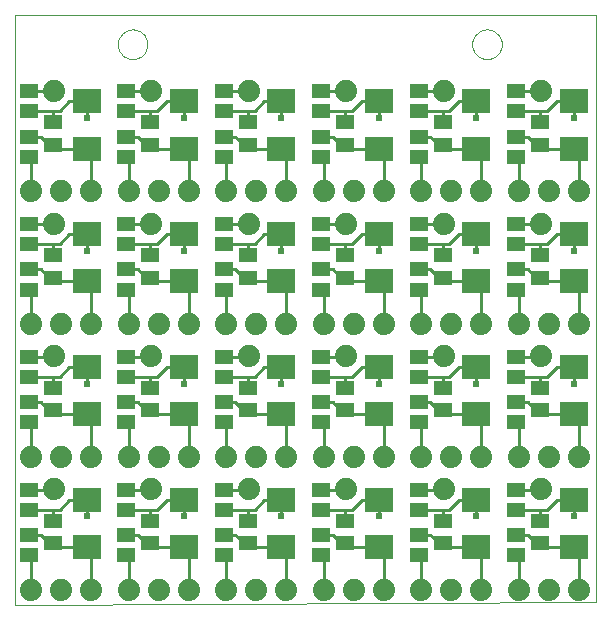
<source format=gtl>
G75*
G70*
%OFA0B0*%
%FSLAX24Y24*%
%IPPOS*%
%LPD*%
%AMOC8*
5,1,8,0,0,1.08239X$1,22.5*
%
%ADD10C,0.0000*%
%ADD11R,0.0945X0.0787*%
%ADD12R,0.0591X0.0512*%
%ADD13R,0.0630X0.0512*%
%ADD14C,0.0740*%
%ADD15C,0.0100*%
%ADD16C,0.0240*%
D10*
X000141Y000141D02*
X000141Y019826D01*
X019531Y019826D01*
X019531Y000240D01*
X000141Y000141D01*
X003586Y018842D02*
X003588Y018886D01*
X003594Y018930D01*
X003604Y018973D01*
X003617Y019015D01*
X003635Y019055D01*
X003656Y019094D01*
X003680Y019131D01*
X003707Y019166D01*
X003738Y019198D01*
X003771Y019227D01*
X003807Y019253D01*
X003845Y019275D01*
X003885Y019294D01*
X003926Y019310D01*
X003969Y019322D01*
X004012Y019330D01*
X004056Y019334D01*
X004100Y019334D01*
X004144Y019330D01*
X004187Y019322D01*
X004230Y019310D01*
X004271Y019294D01*
X004311Y019275D01*
X004349Y019253D01*
X004385Y019227D01*
X004418Y019198D01*
X004449Y019166D01*
X004476Y019131D01*
X004500Y019094D01*
X004521Y019055D01*
X004539Y019015D01*
X004552Y018973D01*
X004562Y018930D01*
X004568Y018886D01*
X004570Y018842D01*
X004568Y018798D01*
X004562Y018754D01*
X004552Y018711D01*
X004539Y018669D01*
X004521Y018629D01*
X004500Y018590D01*
X004476Y018553D01*
X004449Y018518D01*
X004418Y018486D01*
X004385Y018457D01*
X004349Y018431D01*
X004311Y018409D01*
X004271Y018390D01*
X004230Y018374D01*
X004187Y018362D01*
X004144Y018354D01*
X004100Y018350D01*
X004056Y018350D01*
X004012Y018354D01*
X003969Y018362D01*
X003926Y018374D01*
X003885Y018390D01*
X003845Y018409D01*
X003807Y018431D01*
X003771Y018457D01*
X003738Y018486D01*
X003707Y018518D01*
X003680Y018553D01*
X003656Y018590D01*
X003635Y018629D01*
X003617Y018669D01*
X003604Y018711D01*
X003594Y018754D01*
X003588Y018798D01*
X003586Y018842D01*
X015397Y018842D02*
X015399Y018886D01*
X015405Y018930D01*
X015415Y018973D01*
X015428Y019015D01*
X015446Y019055D01*
X015467Y019094D01*
X015491Y019131D01*
X015518Y019166D01*
X015549Y019198D01*
X015582Y019227D01*
X015618Y019253D01*
X015656Y019275D01*
X015696Y019294D01*
X015737Y019310D01*
X015780Y019322D01*
X015823Y019330D01*
X015867Y019334D01*
X015911Y019334D01*
X015955Y019330D01*
X015998Y019322D01*
X016041Y019310D01*
X016082Y019294D01*
X016122Y019275D01*
X016160Y019253D01*
X016196Y019227D01*
X016229Y019198D01*
X016260Y019166D01*
X016287Y019131D01*
X016311Y019094D01*
X016332Y019055D01*
X016350Y019015D01*
X016363Y018973D01*
X016373Y018930D01*
X016379Y018886D01*
X016381Y018842D01*
X016379Y018798D01*
X016373Y018754D01*
X016363Y018711D01*
X016350Y018669D01*
X016332Y018629D01*
X016311Y018590D01*
X016287Y018553D01*
X016260Y018518D01*
X016229Y018486D01*
X016196Y018457D01*
X016160Y018431D01*
X016122Y018409D01*
X016082Y018390D01*
X016041Y018374D01*
X015998Y018362D01*
X015955Y018354D01*
X015911Y018350D01*
X015867Y018350D01*
X015823Y018354D01*
X015780Y018362D01*
X015737Y018374D01*
X015696Y018390D01*
X015656Y018409D01*
X015618Y018431D01*
X015582Y018457D01*
X015549Y018486D01*
X015518Y018518D01*
X015491Y018553D01*
X015467Y018590D01*
X015446Y018629D01*
X015428Y018669D01*
X015415Y018711D01*
X015405Y018754D01*
X015399Y018798D01*
X015397Y018842D01*
D11*
X015533Y016936D03*
X015533Y015361D03*
X015533Y012507D03*
X015533Y010932D03*
X015533Y008078D03*
X015533Y006503D03*
X015533Y003649D03*
X015533Y002074D03*
X012285Y002074D03*
X012285Y003649D03*
X012285Y006503D03*
X012285Y008078D03*
X012285Y010932D03*
X012285Y012507D03*
X012285Y015361D03*
X012285Y016936D03*
X009037Y016936D03*
X009037Y015361D03*
X009037Y012507D03*
X009037Y010932D03*
X009037Y008078D03*
X009037Y006503D03*
X009037Y003649D03*
X009037Y002074D03*
X005789Y002074D03*
X005789Y003649D03*
X005789Y006503D03*
X005789Y008078D03*
X005789Y010932D03*
X005789Y012507D03*
X005789Y015361D03*
X005789Y016936D03*
X002541Y016936D03*
X002541Y015361D03*
X002541Y012507D03*
X002541Y010932D03*
X002541Y008078D03*
X002541Y006503D03*
X002541Y003649D03*
X002541Y002074D03*
X018781Y002074D03*
X018781Y003649D03*
X018781Y006503D03*
X018781Y008078D03*
X018781Y010932D03*
X018781Y012507D03*
X018781Y015361D03*
X018781Y016936D03*
D12*
X016861Y016614D03*
X016861Y017283D03*
X016861Y015763D03*
X016861Y015094D03*
X016861Y012854D03*
X016861Y012185D03*
X016861Y011334D03*
X016861Y010665D03*
X016861Y008425D03*
X016861Y007756D03*
X016861Y006905D03*
X016861Y006236D03*
X016861Y003996D03*
X016861Y003326D03*
X016861Y002476D03*
X016861Y001806D03*
X013613Y001806D03*
X013613Y002476D03*
X013613Y003326D03*
X013613Y003996D03*
X013613Y006236D03*
X013613Y006905D03*
X013613Y007756D03*
X013613Y008425D03*
X013613Y010665D03*
X013613Y011334D03*
X013613Y012185D03*
X013613Y012854D03*
X013613Y015094D03*
X013613Y015763D03*
X013613Y016614D03*
X013613Y017283D03*
X010365Y017283D03*
X010365Y016614D03*
X010365Y015763D03*
X010365Y015094D03*
X010365Y012854D03*
X010365Y012185D03*
X010365Y011334D03*
X010365Y010665D03*
X010365Y008425D03*
X010365Y007756D03*
X010365Y006905D03*
X010365Y006236D03*
X010365Y003996D03*
X010365Y003326D03*
X010365Y002476D03*
X010365Y001806D03*
X007117Y001806D03*
X007117Y002476D03*
X007117Y003326D03*
X007117Y003996D03*
X007117Y006236D03*
X007117Y006905D03*
X007117Y007756D03*
X007117Y008425D03*
X007117Y010665D03*
X007117Y011334D03*
X007117Y012185D03*
X007117Y012854D03*
X007117Y015094D03*
X007117Y015763D03*
X007117Y016614D03*
X007117Y017283D03*
X003869Y017283D03*
X003869Y016614D03*
X003869Y015763D03*
X003869Y015094D03*
X003869Y012854D03*
X003869Y012185D03*
X003869Y011334D03*
X003869Y010665D03*
X003869Y008425D03*
X003869Y007756D03*
X003869Y006905D03*
X003869Y006236D03*
X003869Y003996D03*
X003869Y003326D03*
X003869Y002476D03*
X003869Y001806D03*
X000621Y001806D03*
X000621Y002476D03*
X000621Y003326D03*
X000621Y003996D03*
X000621Y006236D03*
X000621Y006905D03*
X000621Y007756D03*
X000621Y008425D03*
X000621Y010665D03*
X000621Y011334D03*
X000621Y012185D03*
X000621Y012854D03*
X000621Y015094D03*
X000621Y015763D03*
X000621Y016614D03*
X000621Y017283D03*
D13*
X001421Y016243D03*
X001421Y015494D03*
X004669Y015494D03*
X004669Y016243D03*
X007917Y016243D03*
X007917Y015494D03*
X011165Y015494D03*
X011165Y016243D03*
X014413Y016243D03*
X014413Y015494D03*
X017661Y015494D03*
X017661Y016243D03*
X017661Y011813D03*
X017661Y011065D03*
X014413Y011065D03*
X014413Y011813D03*
X011165Y011813D03*
X011165Y011065D03*
X007917Y011065D03*
X007917Y011813D03*
X004669Y011813D03*
X004669Y011065D03*
X001421Y011065D03*
X001421Y011813D03*
X001421Y007384D03*
X001421Y006636D03*
X004669Y006636D03*
X004669Y007384D03*
X007917Y007384D03*
X007917Y006636D03*
X011165Y006636D03*
X011165Y007384D03*
X014413Y007384D03*
X014413Y006636D03*
X017661Y006636D03*
X017661Y007384D03*
X017661Y002955D03*
X017661Y002207D03*
X014413Y002207D03*
X014413Y002955D03*
X011165Y002955D03*
X011165Y002207D03*
X007917Y002207D03*
X007917Y002955D03*
X004669Y002955D03*
X004669Y002207D03*
X001421Y002207D03*
X001421Y002955D03*
D14*
X001451Y004006D03*
X001702Y005078D03*
X000702Y005078D03*
X002702Y005078D03*
X003950Y005078D03*
X004950Y005078D03*
X005950Y005078D03*
X007198Y005078D03*
X008198Y005078D03*
X009198Y005078D03*
X007947Y004006D03*
X010446Y005078D03*
X011446Y005078D03*
X012446Y005078D03*
X013694Y005078D03*
X014694Y005078D03*
X015694Y005078D03*
X014443Y004006D03*
X016942Y005078D03*
X017942Y005078D03*
X018942Y005078D03*
X017691Y004006D03*
X017942Y000649D03*
X016942Y000649D03*
X015694Y000649D03*
X014694Y000649D03*
X013694Y000649D03*
X012446Y000649D03*
X011446Y000649D03*
X010446Y000649D03*
X009198Y000649D03*
X008198Y000649D03*
X007198Y000649D03*
X005950Y000649D03*
X004950Y000649D03*
X003950Y000649D03*
X002702Y000649D03*
X001702Y000649D03*
X000702Y000649D03*
X004699Y004006D03*
X004699Y008435D03*
X004950Y009507D03*
X003950Y009507D03*
X002702Y009507D03*
X001702Y009507D03*
X000702Y009507D03*
X001451Y008435D03*
X001451Y012865D03*
X001702Y013936D03*
X000702Y013936D03*
X002702Y013936D03*
X003950Y013936D03*
X004950Y013936D03*
X005950Y013936D03*
X007198Y013936D03*
X008198Y013936D03*
X009198Y013936D03*
X007947Y012865D03*
X010446Y013936D03*
X011446Y013936D03*
X012446Y013936D03*
X013694Y013936D03*
X014694Y013936D03*
X015694Y013936D03*
X014443Y012865D03*
X016942Y013936D03*
X017942Y013936D03*
X018942Y013936D03*
X017691Y012865D03*
X017942Y009507D03*
X016942Y009507D03*
X017691Y008435D03*
X018942Y009507D03*
X015694Y009507D03*
X014694Y009507D03*
X013694Y009507D03*
X014443Y008435D03*
X012446Y009507D03*
X011446Y009507D03*
X010446Y009507D03*
X011195Y008435D03*
X009198Y009507D03*
X008198Y009507D03*
X007198Y009507D03*
X007947Y008435D03*
X005950Y009507D03*
X004699Y012865D03*
X004699Y017294D03*
X001451Y017294D03*
X007947Y017294D03*
X011195Y017294D03*
X014443Y017294D03*
X017691Y017294D03*
X011195Y012865D03*
X011195Y004006D03*
X018942Y000649D03*
D15*
X018942Y001913D01*
X018781Y002074D01*
X017795Y002074D01*
X017661Y002207D01*
X017567Y002301D01*
X017421Y002301D01*
X017247Y002476D01*
X016861Y002476D01*
X016861Y001806D02*
X016942Y001726D01*
X016942Y000649D01*
X015694Y000649D02*
X015694Y001913D01*
X015533Y002074D01*
X014547Y002074D01*
X014413Y002207D01*
X014319Y002301D01*
X014173Y002301D01*
X013999Y002476D01*
X013613Y002476D01*
X013613Y001806D02*
X013694Y001726D01*
X013694Y000649D01*
X012446Y000649D02*
X012446Y001913D01*
X012285Y002074D01*
X011299Y002074D01*
X011165Y002207D01*
X011071Y002301D01*
X010925Y002301D01*
X010751Y002476D01*
X010365Y002476D01*
X010365Y001806D02*
X010446Y001726D01*
X010446Y000649D01*
X009198Y000649D02*
X009198Y001913D01*
X009037Y002074D01*
X008051Y002074D01*
X007917Y002207D01*
X007823Y002301D01*
X007677Y002301D01*
X007503Y002476D01*
X007117Y002476D01*
X007117Y001806D02*
X007198Y001726D01*
X007198Y000649D01*
X005950Y000649D02*
X005950Y001913D01*
X005789Y002074D01*
X004803Y002074D01*
X004669Y002207D01*
X004575Y002301D01*
X004429Y002301D01*
X004254Y002476D01*
X003869Y002476D01*
X003869Y001806D02*
X003950Y001726D01*
X003950Y000649D01*
X002702Y000649D02*
X002702Y001913D01*
X002541Y002074D01*
X001554Y002074D01*
X001421Y002207D01*
X001327Y002301D01*
X001181Y002301D01*
X001006Y002476D01*
X000621Y002476D01*
X000621Y001806D02*
X000702Y001726D01*
X000702Y000649D01*
X001421Y002955D02*
X001421Y003326D01*
X001646Y003326D01*
X001969Y003649D01*
X002541Y003649D01*
X002541Y003101D01*
X001421Y003326D02*
X000621Y003326D01*
X000621Y003996D02*
X001441Y003996D01*
X001451Y004006D01*
X000702Y005078D02*
X000702Y006155D01*
X000621Y006236D01*
X000621Y006905D02*
X001006Y006905D01*
X001181Y006730D01*
X001327Y006730D01*
X001421Y006636D01*
X001554Y006503D01*
X002541Y006503D01*
X002702Y006342D01*
X002702Y005078D01*
X003869Y003996D02*
X004689Y003996D01*
X004699Y004006D01*
X005217Y003649D02*
X004894Y003326D01*
X004669Y003326D01*
X004669Y002955D01*
X004669Y003326D02*
X003869Y003326D01*
X005217Y003649D02*
X005789Y003649D01*
X005789Y003101D01*
X007117Y003326D02*
X007917Y003326D01*
X007917Y002955D01*
X007917Y003326D02*
X008143Y003326D01*
X008465Y003649D01*
X009037Y003649D01*
X009037Y003101D01*
X007947Y004006D02*
X007937Y003996D01*
X007117Y003996D01*
X007198Y005078D02*
X007198Y006155D01*
X007117Y006236D01*
X007117Y006905D02*
X007503Y006905D01*
X007677Y006730D01*
X007823Y006730D01*
X007917Y006636D01*
X008051Y006503D01*
X009037Y006503D01*
X009198Y006342D01*
X009198Y005078D01*
X010365Y003996D02*
X011185Y003996D01*
X011195Y004006D01*
X011713Y003649D02*
X011391Y003326D01*
X011165Y003326D01*
X011165Y002955D01*
X011165Y003326D02*
X010365Y003326D01*
X011713Y003649D02*
X012285Y003649D01*
X012285Y003101D01*
X013613Y003326D02*
X014413Y003326D01*
X014413Y002955D01*
X014413Y003326D02*
X014639Y003326D01*
X014961Y003649D01*
X015533Y003649D01*
X015533Y003101D01*
X014443Y004006D02*
X014433Y003996D01*
X013613Y003996D01*
X013694Y005078D02*
X013694Y006155D01*
X013613Y006236D01*
X013613Y006905D02*
X013999Y006905D01*
X014173Y006730D01*
X014319Y006730D01*
X014413Y006636D01*
X014547Y006503D01*
X015533Y006503D01*
X015694Y006342D01*
X015694Y005078D01*
X016861Y003996D02*
X017681Y003996D01*
X017691Y004006D01*
X018209Y003649D02*
X017887Y003326D01*
X017661Y003326D01*
X017661Y002955D01*
X017661Y003326D02*
X016861Y003326D01*
X018209Y003649D02*
X018781Y003649D01*
X018781Y003101D01*
X018942Y005078D02*
X018942Y006342D01*
X018781Y006503D01*
X017795Y006503D01*
X017661Y006636D01*
X017567Y006730D01*
X017421Y006730D01*
X017247Y006905D01*
X016861Y006905D01*
X016861Y006236D02*
X016942Y006155D01*
X016942Y005078D01*
X017661Y007384D02*
X017661Y007756D01*
X017887Y007756D01*
X018209Y008078D01*
X018781Y008078D01*
X018781Y007530D01*
X017661Y007756D02*
X016861Y007756D01*
X016861Y008425D02*
X017681Y008425D01*
X017691Y008435D01*
X016942Y009507D02*
X016942Y010584D01*
X016861Y010665D01*
X016861Y011334D02*
X017247Y011334D01*
X017421Y011159D01*
X017567Y011159D01*
X017661Y011065D01*
X017795Y010932D01*
X018781Y010932D01*
X018942Y010771D01*
X018942Y009507D01*
X018781Y011959D02*
X018781Y012507D01*
X018209Y012507D01*
X017887Y012185D01*
X017661Y012185D01*
X017661Y011813D01*
X017661Y012185D02*
X016861Y012185D01*
X016861Y012854D02*
X017681Y012854D01*
X017691Y012865D01*
X016942Y013936D02*
X016942Y015013D01*
X016861Y015094D01*
X017421Y015589D02*
X017567Y015589D01*
X017661Y015494D01*
X017795Y015361D01*
X018781Y015361D01*
X018942Y015200D01*
X018942Y013936D01*
X017421Y015589D02*
X017247Y015763D01*
X016861Y015763D01*
X016861Y016614D02*
X017661Y016614D01*
X017661Y016243D01*
X017661Y016614D02*
X017887Y016614D01*
X018209Y016936D01*
X018781Y016936D01*
X018781Y016389D01*
X017691Y017294D02*
X017681Y017283D01*
X016861Y017283D01*
X015533Y016936D02*
X015533Y016389D01*
X015533Y016936D02*
X014961Y016936D01*
X014639Y016614D01*
X014413Y016614D01*
X014413Y016243D01*
X014413Y016614D02*
X013613Y016614D01*
X013613Y017283D02*
X014433Y017283D01*
X014443Y017294D01*
X013999Y015763D02*
X013613Y015763D01*
X013999Y015763D02*
X014173Y015589D01*
X014319Y015589D01*
X014413Y015494D01*
X014547Y015361D01*
X015533Y015361D01*
X015694Y015200D01*
X015694Y013936D01*
X014443Y012865D02*
X014433Y012854D01*
X013613Y012854D01*
X013613Y012185D02*
X014413Y012185D01*
X014413Y011813D01*
X014413Y012185D02*
X014639Y012185D01*
X014961Y012507D01*
X015533Y012507D01*
X015533Y011959D01*
X015533Y010932D02*
X014547Y010932D01*
X014413Y011065D01*
X014319Y011159D01*
X014173Y011159D01*
X013999Y011334D01*
X013613Y011334D01*
X013613Y010665D02*
X013694Y010584D01*
X013694Y009507D01*
X013613Y008425D02*
X014433Y008425D01*
X014443Y008435D01*
X014961Y008078D02*
X014639Y007756D01*
X014413Y007756D01*
X014413Y007384D01*
X014413Y007756D02*
X013613Y007756D01*
X012285Y007530D02*
X012285Y008078D01*
X011713Y008078D01*
X011391Y007756D01*
X011165Y007756D01*
X011165Y007384D01*
X011165Y007756D02*
X010365Y007756D01*
X010365Y008425D02*
X011185Y008425D01*
X011195Y008435D01*
X010446Y009507D02*
X010446Y010584D01*
X010365Y010665D01*
X010365Y011334D02*
X010751Y011334D01*
X010925Y011159D01*
X011071Y011159D01*
X011165Y011065D01*
X011299Y010932D01*
X012285Y010932D01*
X012446Y010771D01*
X012446Y009507D01*
X012285Y011959D02*
X012285Y012507D01*
X011713Y012507D01*
X011391Y012185D01*
X011165Y012185D01*
X011165Y011813D01*
X011165Y012185D02*
X010365Y012185D01*
X010365Y012854D02*
X011185Y012854D01*
X011195Y012865D01*
X010446Y013936D02*
X010446Y015013D01*
X010365Y015094D01*
X010925Y015589D02*
X011071Y015589D01*
X011165Y015494D01*
X011299Y015361D01*
X012285Y015361D01*
X012446Y015200D01*
X012446Y013936D01*
X013694Y013936D02*
X013694Y015013D01*
X013613Y015094D01*
X012285Y016389D02*
X012285Y016936D01*
X011713Y016936D01*
X011391Y016614D01*
X011165Y016614D01*
X011165Y016243D01*
X011165Y016614D02*
X010365Y016614D01*
X010365Y017283D02*
X011185Y017283D01*
X011195Y017294D01*
X010751Y015763D02*
X010365Y015763D01*
X010751Y015763D02*
X010925Y015589D01*
X009198Y015200D02*
X009198Y013936D01*
X007947Y012865D02*
X007937Y012854D01*
X007117Y012854D01*
X007117Y012185D02*
X007917Y012185D01*
X007917Y011813D01*
X007917Y012185D02*
X008143Y012185D01*
X008465Y012507D01*
X009037Y012507D01*
X009037Y011959D01*
X009037Y010932D02*
X008051Y010932D01*
X007917Y011065D01*
X007823Y011159D01*
X007677Y011159D01*
X007503Y011334D01*
X007117Y011334D01*
X007117Y010665D02*
X007198Y010584D01*
X007198Y009507D01*
X007117Y008425D02*
X007937Y008425D01*
X007947Y008435D01*
X008465Y008078D02*
X008143Y007756D01*
X007917Y007756D01*
X007917Y007384D01*
X007917Y007756D02*
X007117Y007756D01*
X005789Y007530D02*
X005789Y008078D01*
X005217Y008078D01*
X004894Y007756D01*
X004669Y007756D01*
X004669Y007384D01*
X004669Y007756D02*
X003869Y007756D01*
X003869Y008425D02*
X004689Y008425D01*
X004699Y008435D01*
X003950Y009507D02*
X003950Y010584D01*
X003869Y010665D01*
X003869Y011334D02*
X004254Y011334D01*
X004429Y011159D01*
X004575Y011159D01*
X004669Y011065D01*
X004803Y010932D01*
X005789Y010932D01*
X005950Y010771D01*
X005950Y009507D01*
X005789Y011959D02*
X005789Y012507D01*
X005217Y012507D01*
X004894Y012185D01*
X004669Y012185D01*
X004669Y011813D01*
X004669Y012185D02*
X003869Y012185D01*
X003869Y012854D02*
X004689Y012854D01*
X004699Y012865D01*
X003950Y013936D02*
X003950Y015013D01*
X003869Y015094D01*
X004429Y015589D02*
X004575Y015589D01*
X004669Y015494D01*
X004803Y015361D01*
X005789Y015361D01*
X005950Y015200D01*
X005950Y013936D01*
X007198Y013936D02*
X007198Y015013D01*
X007117Y015094D01*
X007677Y015589D02*
X007823Y015589D01*
X007917Y015494D01*
X008051Y015361D01*
X009037Y015361D01*
X009198Y015200D01*
X009037Y016389D02*
X009037Y016936D01*
X008465Y016936D01*
X008143Y016614D01*
X007917Y016614D01*
X007917Y016243D01*
X007917Y016614D02*
X007117Y016614D01*
X007117Y017283D02*
X007937Y017283D01*
X007947Y017294D01*
X007503Y015763D02*
X007117Y015763D01*
X007503Y015763D02*
X007677Y015589D01*
X005789Y016389D02*
X005789Y016936D01*
X005217Y016936D01*
X004894Y016614D01*
X004669Y016614D01*
X004669Y016243D01*
X004669Y016614D02*
X003869Y016614D01*
X003869Y017283D02*
X004689Y017283D01*
X004699Y017294D01*
X004254Y015763D02*
X003869Y015763D01*
X004254Y015763D02*
X004429Y015589D01*
X002702Y015200D02*
X002702Y013936D01*
X001451Y012865D02*
X001441Y012854D01*
X000621Y012854D01*
X000621Y012185D02*
X001421Y012185D01*
X001421Y011813D01*
X001421Y012185D02*
X001646Y012185D01*
X001969Y012507D01*
X002541Y012507D01*
X002541Y011959D01*
X002541Y010932D02*
X001554Y010932D01*
X001421Y011065D01*
X001327Y011159D01*
X001181Y011159D01*
X001006Y011334D01*
X000621Y011334D01*
X000621Y010665D02*
X000702Y010584D01*
X000702Y009507D01*
X000621Y008425D02*
X001441Y008425D01*
X001451Y008435D01*
X001969Y008078D02*
X001646Y007756D01*
X001421Y007756D01*
X001421Y007384D01*
X001421Y007756D02*
X000621Y007756D01*
X001969Y008078D02*
X002541Y008078D01*
X002541Y007530D01*
X003869Y006905D02*
X004254Y006905D01*
X004429Y006730D01*
X004575Y006730D01*
X004669Y006636D01*
X004803Y006503D01*
X005789Y006503D01*
X005950Y006342D01*
X005950Y005078D01*
X003950Y005078D02*
X003950Y006155D01*
X003869Y006236D01*
X002702Y009507D02*
X002702Y010771D01*
X002541Y010932D01*
X000702Y013936D02*
X000702Y015013D01*
X000621Y015094D01*
X001181Y015589D02*
X001327Y015589D01*
X001421Y015494D01*
X001554Y015361D01*
X002541Y015361D01*
X002702Y015200D01*
X002541Y016389D02*
X002541Y016936D01*
X001969Y016936D01*
X001646Y016614D01*
X001421Y016614D01*
X001421Y016243D01*
X001421Y016614D02*
X000621Y016614D01*
X000621Y017283D02*
X001441Y017283D01*
X001451Y017294D01*
X001006Y015763D02*
X000621Y015763D01*
X001006Y015763D02*
X001181Y015589D01*
X008465Y008078D02*
X009037Y008078D01*
X009037Y007530D01*
X010365Y006905D02*
X010751Y006905D01*
X010925Y006730D01*
X011071Y006730D01*
X011165Y006636D01*
X011299Y006503D01*
X012285Y006503D01*
X012446Y006342D01*
X012446Y005078D01*
X010446Y005078D02*
X010446Y006155D01*
X010365Y006236D01*
X009198Y009507D02*
X009198Y010771D01*
X009037Y010932D01*
X014961Y008078D02*
X015533Y008078D01*
X015533Y007530D01*
X015694Y009507D02*
X015694Y010771D01*
X015533Y010932D01*
D16*
X015533Y011959D03*
X012285Y011959D03*
X009037Y011959D03*
X005789Y011959D03*
X002541Y011959D03*
X002541Y007530D03*
X005789Y007530D03*
X009037Y007530D03*
X012285Y007530D03*
X015533Y007530D03*
X018781Y007530D03*
X018781Y003101D03*
X015533Y003101D03*
X012285Y003101D03*
X009037Y003101D03*
X005789Y003101D03*
X002541Y003101D03*
X002541Y016389D03*
X005789Y016389D03*
X009037Y016389D03*
X012285Y016389D03*
X015533Y016389D03*
X018781Y016389D03*
X018781Y011959D03*
M02*

</source>
